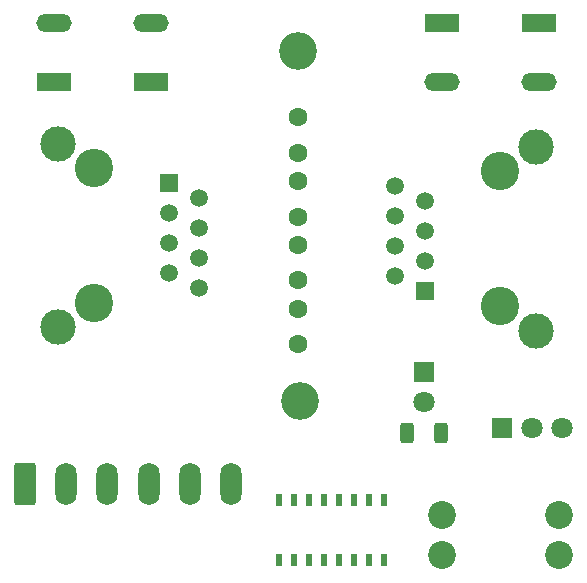
<source format=gts>
G04 #@! TF.GenerationSoftware,KiCad,Pcbnew,8.0.0*
G04 #@! TF.CreationDate,2024-11-14T09:55:02-06:00*
G04 #@! TF.ProjectId,RainSegmentDriver,5261696e-5365-4676-9d65-6e7444726976,rev?*
G04 #@! TF.SameCoordinates,Original*
G04 #@! TF.FileFunction,Soldermask,Top*
G04 #@! TF.FilePolarity,Negative*
%FSLAX46Y46*%
G04 Gerber Fmt 4.6, Leading zero omitted, Abs format (unit mm)*
G04 Created by KiCad (PCBNEW 8.0.0) date 2024-11-14 09:55:02*
%MOMM*%
%LPD*%
G01*
G04 APERTURE LIST*
G04 Aperture macros list*
%AMRoundRect*
0 Rectangle with rounded corners*
0 $1 Rounding radius*
0 $2 $3 $4 $5 $6 $7 $8 $9 X,Y pos of 4 corners*
0 Add a 4 corners polygon primitive as box body*
4,1,4,$2,$3,$4,$5,$6,$7,$8,$9,$2,$3,0*
0 Add four circle primitives for the rounded corners*
1,1,$1+$1,$2,$3*
1,1,$1+$1,$4,$5*
1,1,$1+$1,$6,$7*
1,1,$1+$1,$8,$9*
0 Add four rect primitives between the rounded corners*
20,1,$1+$1,$2,$3,$4,$5,0*
20,1,$1+$1,$4,$5,$6,$7,0*
20,1,$1+$1,$6,$7,$8,$9,0*
20,1,$1+$1,$8,$9,$2,$3,0*%
G04 Aperture macros list end*
%ADD10R,1.800000X1.800000*%
%ADD11C,1.800000*%
%ADD12C,2.362000*%
%ADD13C,3.200000*%
%ADD14R,0.508000X1.104900*%
%ADD15RoundRect,0.250000X-0.650000X-1.550000X0.650000X-1.550000X0.650000X1.550000X-0.650000X1.550000X0*%
%ADD16O,1.800000X3.600000*%
%ADD17C,3.250000*%
%ADD18R,1.500000X1.500000*%
%ADD19C,1.500000*%
%ADD20C,3.000000*%
%ADD21R,3.000000X1.500000*%
%ADD22O,3.000000X1.500000*%
%ADD23C,1.600000*%
%ADD24RoundRect,0.250000X0.312500X0.625000X-0.312500X0.625000X-0.312500X-0.625000X0.312500X-0.625000X0*%
G04 APERTURE END LIST*
D10*
X166355000Y-103295000D03*
D11*
X168895000Y-103295000D03*
X171435000Y-103295000D03*
D12*
X171150000Y-114060000D03*
X171150000Y-110650000D03*
X161250000Y-114060000D03*
X161250000Y-110650000D03*
D13*
X149200000Y-101030000D03*
X149075000Y-71405000D03*
D14*
X156330000Y-114470000D03*
X155060000Y-114470000D03*
X153790000Y-114470000D03*
X152520000Y-114470000D03*
X151250000Y-114470000D03*
X149980000Y-114470000D03*
X148710000Y-114470000D03*
X147440000Y-114470000D03*
X147440000Y-109390000D03*
X148710000Y-109390000D03*
X149980000Y-109390000D03*
X151250000Y-109390000D03*
X152520000Y-109390000D03*
X153790000Y-109390000D03*
X155060000Y-109390000D03*
X156330000Y-109390000D03*
D15*
X125925000Y-108030000D03*
D16*
X129425000Y-108030000D03*
X132925000Y-108030000D03*
X136425000Y-108030000D03*
X139925000Y-108030000D03*
X143425000Y-108030000D03*
D17*
X166195000Y-93000000D03*
X166195000Y-81570000D03*
D18*
X159845000Y-91730000D03*
D19*
X157305000Y-90460000D03*
X159845000Y-89190000D03*
X157305000Y-87920000D03*
X159845000Y-86650000D03*
X157305000Y-85380000D03*
X159845000Y-84110000D03*
X157305000Y-82840000D03*
D20*
X169245000Y-95055000D03*
X169245000Y-79515000D03*
D21*
X169500000Y-69000000D03*
X161300000Y-69000000D03*
D22*
X169500000Y-74000000D03*
X161300000Y-74000000D03*
D23*
X149100000Y-77000000D03*
X149100000Y-80000000D03*
D10*
X159725000Y-98590000D03*
D11*
X159725000Y-101130000D03*
D23*
X149100000Y-96200000D03*
X149100000Y-93200000D03*
D21*
X128400000Y-73970000D03*
X136600000Y-73970000D03*
D22*
X128400000Y-68970000D03*
X136600000Y-68970000D03*
D23*
X149100000Y-82400000D03*
X149100000Y-85400000D03*
D24*
X161187500Y-103730000D03*
X158262500Y-103730000D03*
D23*
X149100000Y-87800000D03*
X149100000Y-90800000D03*
D17*
X131805000Y-81285000D03*
X131805000Y-92715000D03*
D18*
X138155000Y-82555000D03*
D19*
X140695000Y-83825000D03*
X138155000Y-85095000D03*
X140695000Y-86365000D03*
X138155000Y-87635000D03*
X140695000Y-88905000D03*
X138155000Y-90175000D03*
X140695000Y-91445000D03*
D20*
X128755000Y-79230000D03*
X128755000Y-94770000D03*
M02*

</source>
